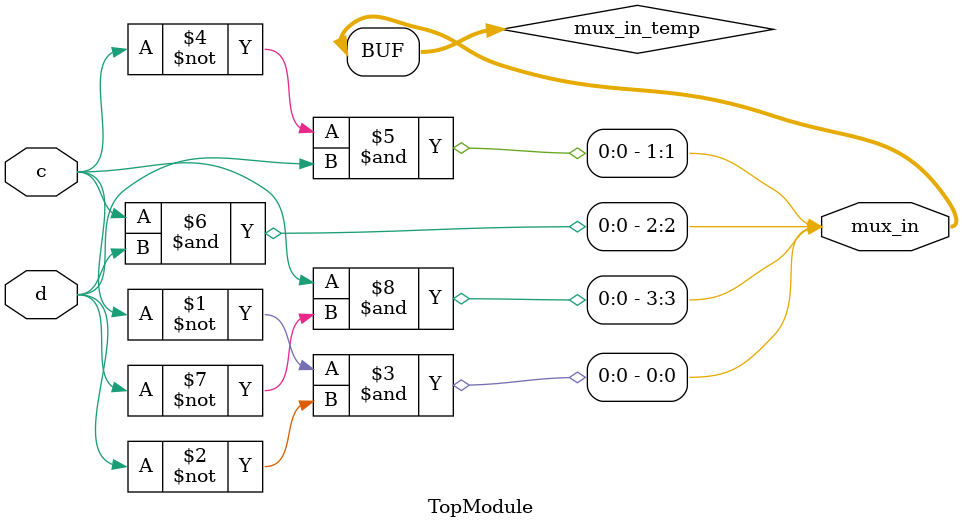
<source format=sv>

module TopModule (
  input c,
  input d,
  output [3:0] mux_in
);
  wire [3:0] mux_in_temp;

  assign mux_in_temp[0] = ~c & ~d;  // corresponds to 00
  assign mux_in_temp[1] = ~c & d;   // corresponds to 01
  assign mux_in_temp[2] = c & d;    // corresponds to 10
  assign mux_in_temp[3] = c & ~d;    // corresponds to 11

  assign mux_in = mux_in_temp;
endmodule

</source>
